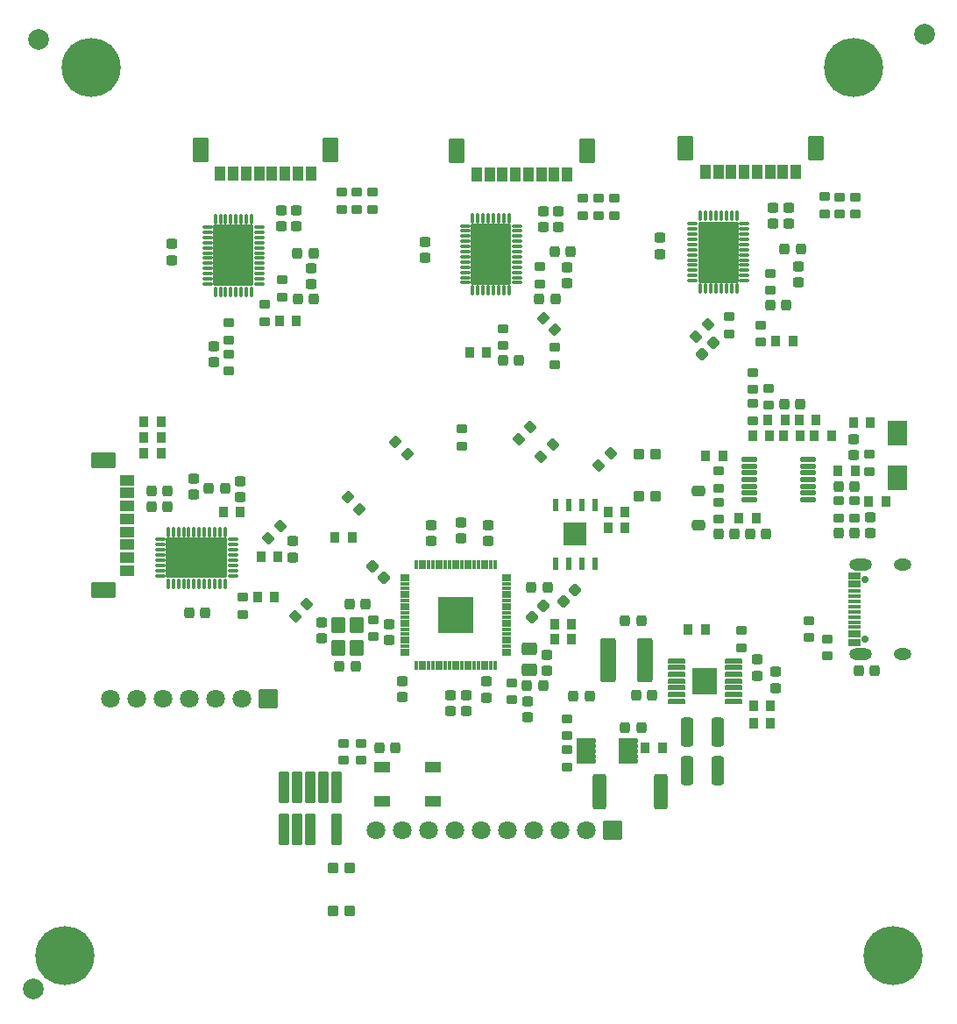
<source format=gts>
%TF.GenerationSoftware,KiCad,Pcbnew,9.0.1*%
%TF.CreationDate,2025-05-28T21:19:47-07:00*%
%TF.ProjectId,motor_board,6d6f746f-725f-4626-9f61-72642e6b6963,1.1*%
%TF.SameCoordinates,Original*%
%TF.FileFunction,Soldermask,Top*%
%TF.FilePolarity,Negative*%
%FSLAX46Y46*%
G04 Gerber Fmt 4.6, Leading zero omitted, Abs format (unit mm)*
G04 Created by KiCad (PCBNEW 9.0.1) date 2025-05-28 21:19:47*
%MOMM*%
%LPD*%
G01*
G04 APERTURE LIST*
G04 Aperture macros list*
%AMRoundRect*
0 Rectangle with rounded corners*
0 $1 Rounding radius*
0 $2 $3 $4 $5 $6 $7 $8 $9 X,Y pos of 4 corners*
0 Add a 4 corners polygon primitive as box body*
4,1,4,$2,$3,$4,$5,$6,$7,$8,$9,$2,$3,0*
0 Add four circle primitives for the rounded corners*
1,1,$1+$1,$2,$3*
1,1,$1+$1,$4,$5*
1,1,$1+$1,$6,$7*
1,1,$1+$1,$8,$9*
0 Add four rect primitives between the rounded corners*
20,1,$1+$1,$2,$3,$4,$5,0*
20,1,$1+$1,$4,$5,$6,$7,0*
20,1,$1+$1,$6,$7,$8,$9,0*
20,1,$1+$1,$8,$9,$2,$3,0*%
G04 Aperture macros list end*
%ADD10RoundRect,0.063500X0.800100X0.152400X-0.800100X0.152400X-0.800100X-0.152400X0.800100X-0.152400X0*%
%ADD11RoundRect,0.063500X1.155000X1.230000X-1.155000X1.230000X-1.155000X-1.230000X1.155000X-1.230000X0*%
%ADD12RoundRect,0.250400X0.250400X0.275400X-0.250400X0.275400X-0.250400X-0.275400X0.250400X-0.275400X0*%
%ADD13RoundRect,0.250400X-0.250400X-0.275400X0.250400X-0.275400X0.250400X0.275400X-0.250400X0.275400X0*%
%ADD14RoundRect,0.225400X0.300400X-0.225400X0.300400X0.225400X-0.300400X0.225400X-0.300400X-0.225400X0*%
%ADD15RoundRect,0.250400X0.275400X-0.250400X0.275400X0.250400X-0.275400X0.250400X-0.275400X-0.250400X0*%
%ADD16C,5.701600*%
%ADD17C,2.000000*%
%ADD18RoundRect,0.225400X0.225400X0.300400X-0.225400X0.300400X-0.225400X-0.300400X0.225400X-0.300400X0*%
%ADD19RoundRect,0.225400X-0.225400X-0.300400X0.225400X-0.300400X0.225400X0.300400X-0.225400X0.300400X0*%
%ADD20RoundRect,0.270735X0.392565X1.455065X-0.392565X1.455065X-0.392565X-1.455065X0.392565X-1.455065X0*%
%ADD21RoundRect,0.355555X0.445245X1.795245X-0.445245X1.795245X-0.445245X-1.795245X0.445245X-1.795245X0*%
%ADD22RoundRect,0.272087X-0.353713X-1.128713X0.353713X-1.128713X0.353713X1.128713X-0.353713X1.128713X0*%
%ADD23RoundRect,0.050800X0.889000X0.165100X-0.889000X0.165100X-0.889000X-0.165100X0.889000X-0.165100X0*%
%ADD24C,0.701600*%
%ADD25RoundRect,0.050800X0.575000X-0.300000X0.575000X0.300000X-0.575000X0.300000X-0.575000X-0.300000X0*%
%ADD26RoundRect,0.050800X0.575000X-0.150000X0.575000X0.150000X-0.575000X0.150000X-0.575000X-0.150000X0*%
%ADD27O,2.201600X1.101600*%
%ADD28O,1.701600X1.101600*%
%ADD29RoundRect,0.250400X0.371797X0.017678X0.017678X0.371797X-0.371797X-0.017678X-0.017678X-0.371797X0*%
%ADD30RoundRect,0.225400X-0.300400X0.225400X-0.300400X-0.225400X0.300400X-0.225400X0.300400X0.225400X0*%
%ADD31RoundRect,0.250400X-0.275400X0.250400X-0.275400X-0.250400X0.275400X-0.250400X0.275400X0.250400X0*%
%ADD32RoundRect,0.050800X-0.121236X-0.453033X0.121236X-0.453033X0.121236X0.453033X-0.121236X0.453033X0*%
%ADD33RoundRect,0.050800X-0.453033X0.121236X-0.453033X-0.121236X0.453033X-0.121236X0.453033X0.121236X0*%
%ADD34C,0.401600*%
%ADD35RoundRect,0.050800X-2.900000X1.900000X-2.900000X-1.900000X2.900000X-1.900000X2.900000X1.900000X0*%
%ADD36RoundRect,0.050800X-0.850000X0.850000X-0.850000X-0.850000X0.850000X-0.850000X0.850000X0.850000X0*%
%ADD37C,1.801600*%
%ADD38RoundRect,0.050800X0.121236X0.453033X-0.121236X0.453033X-0.121236X-0.453033X0.121236X-0.453033X0*%
%ADD39RoundRect,0.050800X1.900000X2.900000X-1.900000X2.900000X-1.900000X-2.900000X1.900000X-2.900000X0*%
%ADD40RoundRect,0.225400X0.053033X-0.371797X0.371797X-0.053033X-0.053033X0.371797X-0.371797X0.053033X0*%
%ADD41RoundRect,0.225400X-0.371797X-0.053033X-0.053033X-0.371797X0.371797X0.053033X0.053033X0.371797X0*%
%ADD42RoundRect,0.225400X-0.053033X0.371797X-0.371797X0.053033X0.053033X-0.371797X0.371797X-0.053033X0*%
%ADD43RoundRect,0.100160X-0.700640X-0.400640X0.700640X-0.400640X0.700640X0.400640X-0.700640X0.400640X0*%
%ADD44RoundRect,0.102000X-0.370000X-1.395000X0.370000X-1.395000X0.370000X1.395000X-0.370000X1.395000X0*%
%ADD45RoundRect,0.272087X-0.478713X0.353713X-0.478713X-0.353713X0.478713X-0.353713X0.478713X0.353713X0*%
%ADD46RoundRect,0.050800X0.450000X-0.450000X0.450000X0.450000X-0.450000X0.450000X-0.450000X-0.450000X0*%
%ADD47RoundRect,0.050800X-0.419100X-0.647700X0.419100X-0.647700X0.419100X0.647700X-0.419100X0.647700X0*%
%ADD48RoundRect,0.050800X-0.698500X-1.130300X0.698500X-1.130300X0.698500X1.130300X-0.698500X1.130300X0*%
%ADD49RoundRect,0.050800X-0.600000X0.700000X-0.600000X-0.700000X0.600000X-0.700000X0.600000X0.700000X0*%
%ADD50RoundRect,0.125400X0.662900X0.125400X-0.662900X0.125400X-0.662900X-0.125400X0.662900X-0.125400X0*%
%ADD51RoundRect,0.063500X-0.225000X0.525000X-0.225000X-0.525000X0.225000X-0.525000X0.225000X0.525000X0*%
%ADD52RoundRect,0.063500X-1.050000X-1.050000X1.050000X-1.050000X1.050000X1.050000X-1.050000X1.050000X0*%
%ADD53RoundRect,0.250400X0.017678X-0.371797X0.371797X-0.017678X-0.017678X0.371797X-0.371797X0.017678X0*%
%ADD54RoundRect,0.050800X-0.450000X0.450000X-0.450000X-0.450000X0.450000X-0.450000X0.450000X0.450000X0*%
%ADD55RoundRect,0.050800X0.850000X1.175000X-0.850000X1.175000X-0.850000X-1.175000X0.850000X-1.175000X0*%
%ADD56RoundRect,0.250400X-0.400400X0.250400X-0.400400X-0.250400X0.400400X-0.250400X0.400400X0.250400X0*%
%ADD57RoundRect,0.080400X-0.080400X-0.360400X0.080400X-0.360400X0.080400X0.360400X-0.080400X0.360400X0*%
%ADD58RoundRect,0.080400X-0.360400X0.080400X-0.360400X-0.080400X0.360400X-0.080400X0.360400X0.080400X0*%
%ADD59RoundRect,0.050800X-0.566666X0.566666X-0.566666X-0.566666X0.566666X-0.566666X0.566666X0.566666X0*%
%ADD60RoundRect,0.050800X0.647700X-0.419100X0.647700X0.419100X-0.647700X0.419100X-0.647700X-0.419100X0*%
%ADD61RoundRect,0.050800X1.130300X-0.698500X1.130300X0.698500X-1.130300X0.698500X-1.130300X-0.698500X0*%
%ADD62RoundRect,0.250400X-0.017678X0.371797X-0.371797X0.017678X0.017678X-0.371797X0.371797X-0.017678X0*%
%ADD63RoundRect,0.050800X0.850000X-0.850000X0.850000X0.850000X-0.850000X0.850000X-0.850000X-0.850000X0*%
G04 APERTURE END LIST*
D10*
%TO.C,U5*%
X168004604Y-118740034D03*
X168004604Y-118090021D03*
X168004604Y-117440012D03*
X168004604Y-116790000D03*
X168004604Y-116139988D03*
X168004604Y-115489979D03*
X168004604Y-114839966D03*
X162467404Y-114839966D03*
X162467404Y-115489979D03*
X162467404Y-116139988D03*
X162467404Y-116790000D03*
X162467404Y-117440012D03*
X162467404Y-118090021D03*
X162467404Y-118740034D03*
D11*
X165236004Y-116790000D03*
%TD*%
D12*
%TO.C,C18*%
X159069100Y-110973900D03*
X157519100Y-110973900D03*
%TD*%
D13*
%TO.C,C17*%
X152519100Y-118223900D03*
X154069100Y-118223900D03*
%TD*%
%TO.C,C21*%
X158603600Y-118152400D03*
X160153600Y-118152400D03*
%TD*%
D14*
%TO.C,R15*%
X168776600Y-113579900D03*
X168776600Y-111929900D03*
%TD*%
D15*
%TO.C,C26*%
X170237100Y-116260400D03*
X170237100Y-114710400D03*
%TD*%
D16*
%TO.C,H1*%
X105946000Y-57564100D03*
%TD*%
%TO.C,H2*%
X103426000Y-143294000D03*
%TD*%
%TO.C,H3*%
X183426100Y-143294100D03*
%TD*%
%TO.C,H4*%
X179606000Y-57564000D03*
%TD*%
D17*
%TO.C,REF1T*%
X100330000Y-146558000D03*
%TD*%
D13*
%TO.C,C29*%
X180100000Y-115800000D03*
X181650000Y-115800000D03*
%TD*%
D18*
%TO.C,R13*%
X171570100Y-119168400D03*
X169920100Y-119168400D03*
%TD*%
D15*
%TO.C,C27*%
X172015100Y-117466900D03*
X172015100Y-115916900D03*
%TD*%
D19*
%TO.C,R29*%
X163619100Y-111773900D03*
X165269100Y-111773900D03*
%TD*%
%TO.C,R14*%
X169920100Y-120882900D03*
X171570100Y-120882900D03*
%TD*%
D20*
%TO.C,R8*%
X160962500Y-127500000D03*
X155037500Y-127500000D03*
%TD*%
D21*
%TO.C,L2*%
X159464100Y-114786900D03*
X155864100Y-114786900D03*
%TD*%
D22*
%TO.C,C19*%
X163507004Y-121743000D03*
X166457004Y-121743000D03*
%TD*%
%TO.C,C20*%
X163507004Y-125454900D03*
X166457004Y-125454900D03*
%TD*%
D18*
%TO.C,R26*%
X161119100Y-123223900D03*
X159469100Y-123223900D03*
%TD*%
D23*
%TO.C,U4*%
X157838800Y-124549901D03*
X157838800Y-124049899D03*
X157838800Y-123549900D03*
X157838800Y-123049901D03*
X157838800Y-122549899D03*
X153749400Y-122549899D03*
X153749400Y-123049901D03*
X153749400Y-123549900D03*
X153749400Y-124049899D03*
X153749400Y-124549901D03*
%TD*%
D13*
%TO.C,C32*%
X157519100Y-121323900D03*
X159069100Y-121323900D03*
%TD*%
D24*
%TO.C,J13*%
X180735000Y-112735000D03*
X180735000Y-106965000D03*
D25*
X179660000Y-113050000D03*
X179660000Y-112250000D03*
D26*
X179660000Y-111100000D03*
X179660000Y-110100000D03*
X179660000Y-109600000D03*
X179660000Y-108600000D03*
D25*
X179660000Y-107450000D03*
X179660000Y-106650000D03*
D26*
X179660000Y-108100000D03*
X179660000Y-109100000D03*
X179660000Y-110600000D03*
X179660000Y-111600000D03*
D27*
X180235000Y-114170000D03*
D28*
X184375000Y-114170000D03*
D27*
X180235000Y-105530000D03*
D28*
X184375000Y-105530000D03*
%TD*%
D29*
%TO.C,C46*%
X134217108Y-106846908D03*
X133121092Y-105750892D03*
%TD*%
D30*
%TO.C,R57*%
X170647132Y-82426933D03*
X170647132Y-84076933D03*
%TD*%
D13*
%TO.C,C56*%
X125897132Y-79926933D03*
X127447132Y-79926933D03*
%TD*%
D31*
%TO.C,C28*%
X140650000Y-118175000D03*
X140650000Y-119725000D03*
%TD*%
D15*
%TO.C,C62*%
X115823592Y-98815914D03*
X115823592Y-97265914D03*
%TD*%
D13*
%TO.C,C55*%
X125847132Y-75451933D03*
X127397132Y-75451933D03*
%TD*%
D19*
%TO.C,R42*%
X150719100Y-112773900D03*
X152369100Y-112773900D03*
%TD*%
D18*
%TO.C,R50*%
X181219100Y-91873900D03*
X179569100Y-91873900D03*
%TD*%
D30*
%TO.C,R31*%
X124397132Y-78051933D03*
X124397132Y-79701933D03*
%TD*%
D17*
%TO.C,REF3T*%
X186436000Y-54356000D03*
%TD*%
D31*
%TO.C,C8*%
X160847132Y-74001933D03*
X160847132Y-75551933D03*
%TD*%
D15*
%TO.C,C15*%
X141694100Y-102998900D03*
X141694100Y-101448900D03*
%TD*%
D32*
%TO.C,U9*%
X118866637Y-102380330D03*
X118366638Y-102380330D03*
X117866636Y-102380330D03*
X117366637Y-102380330D03*
X116866638Y-102380330D03*
X116366637Y-102380330D03*
X115866637Y-102380330D03*
X115366636Y-102380330D03*
X114866637Y-102380330D03*
X114366638Y-102380330D03*
X113866636Y-102380330D03*
X113366637Y-102380330D03*
D33*
X112613604Y-103133364D03*
X112613604Y-103633363D03*
X112613604Y-104133362D03*
X112613604Y-104633363D03*
X112613604Y-105133363D03*
X112613604Y-105633364D03*
X112613604Y-106133363D03*
X112613604Y-106633362D03*
D32*
X113366637Y-107386396D03*
X113866636Y-107386396D03*
X114366638Y-107386396D03*
X114866637Y-107386396D03*
X115366636Y-107386396D03*
X115866637Y-107386396D03*
X116366637Y-107386396D03*
X116866638Y-107386396D03*
X117366637Y-107386396D03*
X117866636Y-107386396D03*
X118366638Y-107386396D03*
X118866637Y-107386396D03*
D33*
X119619670Y-106633362D03*
X119619670Y-106133363D03*
X119619670Y-105633364D03*
X119619670Y-105133363D03*
X119619670Y-104633363D03*
X119619670Y-104133362D03*
X119619670Y-103633363D03*
X119619670Y-103133364D03*
D34*
X117366637Y-103383363D03*
X116116637Y-103383363D03*
X114866637Y-103383363D03*
X118616637Y-104383363D03*
X117366637Y-104383363D03*
X116116637Y-104383363D03*
X114866637Y-104383363D03*
X113616637Y-104383363D03*
D35*
X116116637Y-104883363D03*
D34*
X118616637Y-105383363D03*
X117366637Y-105383363D03*
X116116637Y-105383363D03*
X114866637Y-105383363D03*
X113616637Y-105383363D03*
X117366637Y-106383363D03*
X116116637Y-106383363D03*
X114866637Y-106383363D03*
%TD*%
D14*
%TO.C,R64*%
X166594100Y-98148900D03*
X166594100Y-96498900D03*
%TD*%
D13*
%TO.C,C57*%
X111773592Y-98465914D03*
X113323592Y-98465914D03*
%TD*%
D30*
%TO.C,R25*%
X119222132Y-85201933D03*
X119222132Y-86851933D03*
%TD*%
D19*
%TO.C,R41*%
X150719100Y-111273900D03*
X152369100Y-111273900D03*
%TD*%
D15*
%TO.C,C59*%
X125438605Y-104836395D03*
X125438605Y-103286395D03*
%TD*%
D18*
%TO.C,R63*%
X170169100Y-101073900D03*
X168519100Y-101073900D03*
%TD*%
%TO.C,R35*%
X112688605Y-93261395D03*
X111038605Y-93261395D03*
%TD*%
D14*
%TO.C,R40*%
X177032000Y-114387000D03*
X177032000Y-112737000D03*
%TD*%
D31*
%TO.C,C37*%
X125757132Y-71301933D03*
X125757132Y-72851933D03*
%TD*%
D36*
%TO.C,J7*%
X122996637Y-118483363D03*
D37*
X120456637Y-118483363D03*
X117916637Y-118483363D03*
X115376637Y-118483363D03*
X112836637Y-118483363D03*
X110296637Y-118483363D03*
X107756637Y-118483363D03*
%TD*%
D14*
%TO.C,R10*%
X176797132Y-71676933D03*
X176797132Y-70026933D03*
%TD*%
D19*
%TO.C,R76*%
X169819100Y-93073900D03*
X171469100Y-93073900D03*
%TD*%
%TO.C,R78*%
X172819100Y-93073900D03*
X174469100Y-93073900D03*
%TD*%
D31*
%TO.C,C43*%
X113747132Y-74601933D03*
X113747132Y-76151933D03*
%TD*%
D12*
%TO.C,C45*%
X132444100Y-109323900D03*
X130894100Y-109323900D03*
%TD*%
D33*
%TO.C,U6*%
X147050165Y-78326933D03*
X147050165Y-77826934D03*
X147050165Y-77326932D03*
X147050165Y-76826933D03*
X147050165Y-76326934D03*
X147050165Y-75826933D03*
X147050165Y-75326933D03*
X147050165Y-74826932D03*
X147050165Y-74326933D03*
X147050165Y-73826934D03*
X147050165Y-73326932D03*
X147050165Y-72826933D03*
D38*
X146297131Y-72073900D03*
X145797132Y-72073900D03*
X145297133Y-72073900D03*
X144797132Y-72073900D03*
X144297132Y-72073900D03*
X143797131Y-72073900D03*
X143297132Y-72073900D03*
X142797133Y-72073900D03*
D33*
X142044099Y-72826933D03*
X142044099Y-73326932D03*
X142044099Y-73826934D03*
X142044099Y-74326933D03*
X142044099Y-74826932D03*
X142044099Y-75326933D03*
X142044099Y-75826933D03*
X142044099Y-76326934D03*
X142044099Y-76826933D03*
X142044099Y-77326932D03*
X142044099Y-77826934D03*
X142044099Y-78326933D03*
D38*
X142797133Y-79079966D03*
X143297132Y-79079966D03*
X143797131Y-79079966D03*
X144297132Y-79079966D03*
X144797132Y-79079966D03*
X145297133Y-79079966D03*
X145797132Y-79079966D03*
X146297131Y-79079966D03*
D34*
X146047132Y-76826933D03*
X146047132Y-75576933D03*
X146047132Y-74326933D03*
X145047132Y-78076933D03*
X145047132Y-76826933D03*
X145047132Y-75576933D03*
X145047132Y-74326933D03*
X145047132Y-73076933D03*
D39*
X144547132Y-75576933D03*
D34*
X144047132Y-78076933D03*
X144047132Y-76826933D03*
X144047132Y-75576933D03*
X144047132Y-74326933D03*
X144047132Y-73076933D03*
X143047132Y-76826933D03*
X143047132Y-75576933D03*
X143047132Y-74326933D03*
%TD*%
D31*
%TO.C,C3*%
X173322132Y-71051933D03*
X173322132Y-72601933D03*
%TD*%
%TO.C,C1*%
X128200000Y-111125000D03*
X128200000Y-112675000D03*
%TD*%
D19*
%TO.C,R80*%
X175819100Y-93073900D03*
X177469100Y-93073900D03*
%TD*%
D12*
%TO.C,C54*%
X174419100Y-90073900D03*
X172869100Y-90073900D03*
%TD*%
D18*
%TO.C,R4*%
X157519100Y-100473900D03*
X155869100Y-100473900D03*
%TD*%
D19*
%TO.C,R58*%
X172094100Y-83998900D03*
X173744100Y-83998900D03*
%TD*%
D15*
%TO.C,C49*%
X144294100Y-103248900D03*
X144294100Y-101698900D03*
%TD*%
D13*
%TO.C,C58*%
X111773592Y-99965914D03*
X113323592Y-99965914D03*
%TD*%
D15*
%TO.C,C50*%
X138794100Y-103248900D03*
X138794100Y-101698900D03*
%TD*%
D30*
%TO.C,R75*%
X169844100Y-89998900D03*
X169844100Y-91648900D03*
%TD*%
%TO.C,R56*%
X178112850Y-99398900D03*
X178112850Y-101048900D03*
%TD*%
D19*
%TO.C,R32*%
X122338605Y-104786395D03*
X123988605Y-104786395D03*
%TD*%
D40*
%TO.C,R55*%
X154960737Y-95957263D03*
X156127463Y-94790537D03*
%TD*%
D31*
%TO.C,C40*%
X135994100Y-116798900D03*
X135994100Y-118348900D03*
%TD*%
D19*
%TO.C,R60*%
X124122132Y-82026933D03*
X125772132Y-82026933D03*
%TD*%
D14*
%TO.C,R61*%
X120548592Y-110340914D03*
X120548592Y-108690914D03*
%TD*%
D12*
%TO.C,C2*%
X131469100Y-115373900D03*
X129919100Y-115373900D03*
%TD*%
D14*
%TO.C,R30*%
X130122132Y-71251933D03*
X130122132Y-69601933D03*
%TD*%
D19*
%TO.C,R37*%
X118698592Y-100490914D03*
X120348592Y-100490914D03*
%TD*%
D12*
%TO.C,C42*%
X171119100Y-102573900D03*
X169569100Y-102573900D03*
%TD*%
D31*
%TO.C,C14*%
X134750000Y-111298900D03*
X134750000Y-112848900D03*
%TD*%
D30*
%TO.C,R24*%
X119222132Y-82201933D03*
X119222132Y-83851933D03*
%TD*%
D41*
%TO.C,R5*%
X149585737Y-81715537D03*
X150752463Y-82882263D03*
%TD*%
D42*
%TO.C,R2*%
X165530495Y-82368570D03*
X164363769Y-83535296D03*
%TD*%
D43*
%TO.C,D1*%
X134044100Y-125123900D03*
X134044100Y-128423900D03*
X138944100Y-128423900D03*
X138944100Y-125123900D03*
%TD*%
D13*
%TO.C,C51*%
X166569100Y-102573900D03*
X168119100Y-102573900D03*
%TD*%
D42*
%TO.C,R52*%
X150552463Y-93990537D03*
X149385737Y-95157263D03*
%TD*%
D31*
%TO.C,C30*%
X179619100Y-93448900D03*
X179619100Y-94998900D03*
%TD*%
D13*
%TO.C,C35*%
X150719100Y-75323900D03*
X152269100Y-75323900D03*
%TD*%
%TO.C,C36*%
X149219100Y-79873900D03*
X150769100Y-79873900D03*
%TD*%
D18*
%TO.C,R36*%
X112698592Y-94765914D03*
X111048592Y-94765914D03*
%TD*%
D13*
%TO.C,C22*%
X172922132Y-75076933D03*
X174472132Y-75076933D03*
%TD*%
D18*
%TO.C,R81*%
X182719100Y-99473900D03*
X181069100Y-99473900D03*
%TD*%
D12*
%TO.C,C52*%
X179669100Y-97973900D03*
X178119100Y-97973900D03*
%TD*%
D30*
%TO.C,R54*%
X181119100Y-94898900D03*
X181119100Y-96548900D03*
%TD*%
D14*
%TO.C,R39*%
X175300000Y-112600000D03*
X175300000Y-110950000D03*
%TD*%
D44*
%TO.C,J2*%
X124547500Y-131141400D03*
X124547500Y-127071400D03*
X125817500Y-131141400D03*
X125817500Y-127071400D03*
X127087500Y-131141400D03*
X127087500Y-127071400D03*
X128357500Y-127071400D03*
X129627500Y-131141400D03*
X129627500Y-127071400D03*
%TD*%
D41*
%TO.C,R49*%
X135310737Y-93715537D03*
X136477463Y-94882263D03*
%TD*%
D45*
%TO.C,L1*%
X148294100Y-113648900D03*
X148294100Y-115698900D03*
%TD*%
D14*
%TO.C,R20*%
X146594100Y-118598900D03*
X146594100Y-116948900D03*
%TD*%
D30*
%TO.C,R22*%
X149244100Y-76798900D03*
X149244100Y-78448900D03*
%TD*%
D46*
%TO.C,SW2*%
X158844100Y-94873900D03*
X158844100Y-98973900D03*
X160444100Y-94873900D03*
X160444100Y-98973900D03*
%TD*%
D47*
%TO.C,J3*%
X151919100Y-67868100D03*
X150669100Y-67868100D03*
X149419100Y-67868100D03*
X148169100Y-67868100D03*
X146919100Y-67868100D03*
X145669100Y-67868100D03*
X144419100Y-67868100D03*
X143169100Y-67868100D03*
D48*
X141269099Y-65573210D03*
X153819101Y-65573210D03*
%TD*%
D13*
%TO.C,C23*%
X171522132Y-80476933D03*
X173072132Y-80476933D03*
%TD*%
D14*
%TO.C,R18*%
X154919100Y-71848900D03*
X154919100Y-70198900D03*
%TD*%
D18*
%TO.C,R16*%
X144119100Y-85073900D03*
X142469100Y-85073900D03*
%TD*%
D14*
%TO.C,R28*%
X131622132Y-71251933D03*
X131622132Y-69601933D03*
%TD*%
%TO.C,R62*%
X179644100Y-101048900D03*
X179644100Y-99398900D03*
%TD*%
D13*
%TO.C,C12*%
X148044100Y-117273900D03*
X149594100Y-117273900D03*
%TD*%
D18*
%TO.C,R53*%
X179719100Y-96473900D03*
X178069100Y-96473900D03*
%TD*%
D12*
%TO.C,C41*%
X179669100Y-102473900D03*
X178119100Y-102473900D03*
%TD*%
D17*
%TO.C,REF2T*%
X100838000Y-54864000D03*
%TD*%
D18*
%TO.C,R34*%
X112688605Y-91761395D03*
X111038605Y-91761395D03*
%TD*%
D19*
%TO.C,R79*%
X174319100Y-91573900D03*
X175969100Y-91573900D03*
%TD*%
D31*
%TO.C,C10*%
X148069100Y-118723900D03*
X148069100Y-120273900D03*
%TD*%
D14*
%TO.C,R27*%
X133097132Y-71251933D03*
X133097132Y-69601933D03*
%TD*%
%TO.C,R3*%
X132044100Y-124436400D03*
X132044100Y-122786400D03*
%TD*%
D31*
%TO.C,C38*%
X124297132Y-71301933D03*
X124297132Y-72851933D03*
%TD*%
D30*
%TO.C,R11*%
X171547132Y-77401933D03*
X171547132Y-79051933D03*
%TD*%
D42*
%TO.C,R51*%
X148377463Y-92240537D03*
X147210737Y-93407263D03*
%TD*%
D19*
%TO.C,R46*%
X129494100Y-102950000D03*
X131144100Y-102950000D03*
%TD*%
D31*
%TO.C,C4*%
X171822132Y-71051933D03*
X171822132Y-72601933D03*
%TD*%
D30*
%TO.C,R69*%
X169844100Y-86998900D03*
X169844100Y-88648900D03*
%TD*%
D18*
%TO.C,R82*%
X166969100Y-95023900D03*
X165319100Y-95023900D03*
%TD*%
D12*
%TO.C,C48*%
X150019100Y-107723900D03*
X148469100Y-107723900D03*
%TD*%
D49*
%TO.C,Y1*%
X129844100Y-111373900D03*
X129844100Y-113573900D03*
X131544100Y-113573900D03*
X131544100Y-111373900D03*
%TD*%
D31*
%TO.C,C44*%
X127197132Y-76926933D03*
X127197132Y-78476933D03*
%TD*%
D50*
%TO.C,U7*%
X175206600Y-99273900D03*
X175206600Y-98623900D03*
X175206600Y-97973900D03*
X175206600Y-97323900D03*
X175206600Y-96673900D03*
X175206600Y-96023900D03*
X175206600Y-95373900D03*
X169481600Y-95373900D03*
X169481600Y-96023900D03*
X169481600Y-96673900D03*
X169481600Y-97323900D03*
X169481600Y-97973900D03*
X169481600Y-98623900D03*
X169481600Y-99273900D03*
%TD*%
D31*
%TO.C,C13*%
X142150000Y-118175000D03*
X142150000Y-119725000D03*
%TD*%
D51*
%TO.C,U3*%
X154599100Y-99773900D03*
X153329100Y-99773900D03*
X152059100Y-99773900D03*
X150789100Y-99773900D03*
X150789100Y-105473900D03*
X152059100Y-105473900D03*
X153329100Y-105473900D03*
X154599100Y-105473900D03*
D52*
X152694100Y-102623900D03*
%TD*%
D13*
%TO.C,C5*%
X133794100Y-123273900D03*
X135344100Y-123273900D03*
%TD*%
D14*
%TO.C,R38*%
X133194100Y-112498900D03*
X133194100Y-110848900D03*
%TD*%
D31*
%TO.C,C39*%
X117747132Y-84476933D03*
X117747132Y-86026933D03*
%TD*%
D47*
%TO.C,J1*%
X174022132Y-67651933D03*
X172772132Y-67651933D03*
X171522132Y-67651933D03*
X170272132Y-67651933D03*
X169022132Y-67651933D03*
X167772132Y-67651933D03*
X166522132Y-67651933D03*
X165272132Y-67651933D03*
D48*
X163372131Y-65357043D03*
X175922133Y-65357043D03*
%TD*%
D33*
%TO.C,U1*%
X169050165Y-78126933D03*
X169050165Y-77626934D03*
X169050165Y-77126932D03*
X169050165Y-76626933D03*
X169050165Y-76126934D03*
X169050165Y-75626933D03*
X169050165Y-75126933D03*
X169050165Y-74626932D03*
X169050165Y-74126933D03*
X169050165Y-73626934D03*
X169050165Y-73126932D03*
X169050165Y-72626933D03*
D38*
X168297131Y-71873900D03*
X167797132Y-71873900D03*
X167297133Y-71873900D03*
X166797132Y-71873900D03*
X166297132Y-71873900D03*
X165797131Y-71873900D03*
X165297132Y-71873900D03*
X164797133Y-71873900D03*
D33*
X164044099Y-72626933D03*
X164044099Y-73126932D03*
X164044099Y-73626934D03*
X164044099Y-74126933D03*
X164044099Y-74626932D03*
X164044099Y-75126933D03*
X164044099Y-75626933D03*
X164044099Y-76126934D03*
X164044099Y-76626933D03*
X164044099Y-77126932D03*
X164044099Y-77626934D03*
X164044099Y-78126933D03*
D38*
X164797133Y-78879966D03*
X165297132Y-78879966D03*
X165797131Y-78879966D03*
X166297132Y-78879966D03*
X166797132Y-78879966D03*
X167297133Y-78879966D03*
X167797132Y-78879966D03*
X168297131Y-78879966D03*
D34*
X168047132Y-76626933D03*
X168047132Y-75376933D03*
X168047132Y-74126933D03*
X167047132Y-77876933D03*
X167047132Y-76626933D03*
X167047132Y-75376933D03*
X167047132Y-74126933D03*
X167047132Y-72876933D03*
D39*
X166547132Y-75376933D03*
D34*
X166047132Y-77876933D03*
X166047132Y-76626933D03*
X166047132Y-75376933D03*
X166047132Y-74126933D03*
X166047132Y-72876933D03*
X165047132Y-76626933D03*
X165047132Y-75376933D03*
X165047132Y-74126933D03*
%TD*%
D53*
%TO.C,C47*%
X148546092Y-110596908D03*
X149642108Y-109500892D03*
%TD*%
D54*
%TO.C,SW1*%
X130940425Y-138957500D03*
X130940425Y-134857500D03*
X129340425Y-138957500D03*
X129340425Y-134857500D03*
%TD*%
D41*
%TO.C,R47*%
X130710737Y-99015537D03*
X131877463Y-100182263D03*
%TD*%
D14*
%TO.C,R7*%
X179747132Y-71701933D03*
X179747132Y-70051933D03*
%TD*%
D13*
%TO.C,C60*%
X115388605Y-110186395D03*
X116938605Y-110186395D03*
%TD*%
D55*
%TO.C,D7*%
X183844100Y-97173900D03*
X183844100Y-92873900D03*
%TD*%
D13*
%TO.C,C31*%
X145719100Y-85823900D03*
X147269100Y-85823900D03*
%TD*%
D31*
%TO.C,C11*%
X149994100Y-114248900D03*
X149994100Y-115798900D03*
%TD*%
D19*
%TO.C,R77*%
X171319100Y-91573900D03*
X172969100Y-91573900D03*
%TD*%
D31*
%TO.C,C34*%
X151894100Y-76848900D03*
X151894100Y-78398900D03*
%TD*%
%TO.C,C53*%
X181169100Y-100948900D03*
X181169100Y-102498900D03*
%TD*%
%TO.C,C33*%
X138194100Y-74398900D03*
X138194100Y-75948900D03*
%TD*%
D30*
%TO.C,R59*%
X122697132Y-80426933D03*
X122697132Y-82076933D03*
%TD*%
D33*
%TO.C,U8*%
X122175165Y-78451933D03*
X122175165Y-77951934D03*
X122175165Y-77451932D03*
X122175165Y-76951933D03*
X122175165Y-76451934D03*
X122175165Y-75951933D03*
X122175165Y-75451933D03*
X122175165Y-74951932D03*
X122175165Y-74451933D03*
X122175165Y-73951934D03*
X122175165Y-73451932D03*
X122175165Y-72951933D03*
D38*
X121422131Y-72198900D03*
X120922132Y-72198900D03*
X120422133Y-72198900D03*
X119922132Y-72198900D03*
X119422132Y-72198900D03*
X118922131Y-72198900D03*
X118422132Y-72198900D03*
X117922133Y-72198900D03*
D33*
X117169099Y-72951933D03*
X117169099Y-73451932D03*
X117169099Y-73951934D03*
X117169099Y-74451933D03*
X117169099Y-74951932D03*
X117169099Y-75451933D03*
X117169099Y-75951933D03*
X117169099Y-76451934D03*
X117169099Y-76951933D03*
X117169099Y-77451932D03*
X117169099Y-77951934D03*
X117169099Y-78451933D03*
D38*
X117922133Y-79204966D03*
X118422132Y-79204966D03*
X118922131Y-79204966D03*
X119422132Y-79204966D03*
X119922132Y-79204966D03*
X120422133Y-79204966D03*
X120922132Y-79204966D03*
X121422131Y-79204966D03*
D34*
X121172132Y-76951933D03*
X121172132Y-75701933D03*
X121172132Y-74451933D03*
X120172132Y-78201933D03*
X120172132Y-76951933D03*
X120172132Y-75701933D03*
X120172132Y-74451933D03*
X120172132Y-73201933D03*
D39*
X119672132Y-75701933D03*
D34*
X119172132Y-78201933D03*
X119172132Y-76951933D03*
X119172132Y-75701933D03*
X119172132Y-74451933D03*
X119172132Y-73201933D03*
X118172132Y-76951933D03*
X118172132Y-75701933D03*
X118172132Y-74451933D03*
%TD*%
D30*
%TO.C,R6*%
X150694100Y-84573900D03*
X150694100Y-86223900D03*
%TD*%
D31*
%TO.C,C9*%
X174297132Y-76751933D03*
X174297132Y-78301933D03*
%TD*%
D30*
%TO.C,R1*%
X167597132Y-81601933D03*
X167597132Y-83251933D03*
%TD*%
%TO.C,R68*%
X166594100Y-99498900D03*
X166594100Y-101148900D03*
%TD*%
%TO.C,R70*%
X171344100Y-88498900D03*
X171344100Y-90148900D03*
%TD*%
D14*
%TO.C,R9*%
X178272132Y-71701933D03*
X178272132Y-70051933D03*
%TD*%
%TO.C,R19*%
X153394100Y-71848900D03*
X153394100Y-70198900D03*
%TD*%
D31*
%TO.C,C16*%
X144144100Y-116848900D03*
X144144100Y-118398900D03*
%TD*%
D13*
%TO.C,C61*%
X117298592Y-98190914D03*
X118848592Y-98190914D03*
%TD*%
D30*
%TO.C,R44*%
X151894100Y-123448900D03*
X151894100Y-125098900D03*
%TD*%
D19*
%TO.C,R21*%
X155869100Y-101973900D03*
X157519100Y-101973900D03*
%TD*%
D40*
%TO.C,R45*%
X125633274Y-110566726D03*
X126800000Y-109400000D03*
%TD*%
D56*
%TO.C,D6*%
X164644100Y-98473900D03*
X164644100Y-101773900D03*
%TD*%
D31*
%TO.C,C25*%
X149584100Y-71398900D03*
X149584100Y-72948900D03*
%TD*%
D15*
%TO.C,C63*%
X120298592Y-99040914D03*
X120298592Y-97490914D03*
%TD*%
D57*
%TO.C,U2*%
X144944100Y-105527400D03*
X144544100Y-105527400D03*
X144144100Y-105527400D03*
X143744100Y-105527400D03*
X143344100Y-105527400D03*
X142944100Y-105527400D03*
X142544100Y-105527400D03*
X142144100Y-105527400D03*
X141744100Y-105527400D03*
X141344100Y-105527400D03*
X140944100Y-105527400D03*
X140544100Y-105527400D03*
X140144100Y-105527400D03*
X139744100Y-105527400D03*
X139344100Y-105527400D03*
X138944100Y-105527400D03*
X138544100Y-105527400D03*
X138144100Y-105527400D03*
X137744100Y-105527400D03*
X137344100Y-105527400D03*
D58*
X136247600Y-106623900D03*
X136247600Y-107023900D03*
X136247600Y-107423900D03*
X136247600Y-107823900D03*
X136247600Y-108223900D03*
X136247600Y-108623900D03*
X136247600Y-109023900D03*
X136247600Y-109423900D03*
X136247600Y-109823900D03*
X136247600Y-110223900D03*
X136247600Y-110623900D03*
X136247600Y-111023900D03*
X136247600Y-111423900D03*
X136247600Y-111823900D03*
X136247600Y-112223900D03*
X136247600Y-112623900D03*
X136247600Y-113023900D03*
X136247600Y-113423900D03*
X136247600Y-113823900D03*
X136247600Y-114223900D03*
D57*
X137344100Y-115320400D03*
X137744100Y-115320400D03*
X138144100Y-115320400D03*
X138544100Y-115320400D03*
X138944100Y-115320400D03*
X139344100Y-115320400D03*
X139744100Y-115320400D03*
X140144100Y-115320400D03*
X140544100Y-115320400D03*
X140944100Y-115320400D03*
X141344100Y-115320400D03*
X141744100Y-115320400D03*
X142144100Y-115320400D03*
X142544100Y-115320400D03*
X142944100Y-115320400D03*
X143344100Y-115320400D03*
X143744100Y-115320400D03*
X144144100Y-115320400D03*
X144544100Y-115320400D03*
X144944100Y-115320400D03*
D58*
X146040600Y-114223900D03*
X146040600Y-113823900D03*
X146040600Y-113423900D03*
X146040600Y-113023900D03*
X146040600Y-112623900D03*
X146040600Y-112223900D03*
X146040600Y-111823900D03*
X146040600Y-111423900D03*
X146040600Y-111023900D03*
X146040600Y-110623900D03*
X146040600Y-110223900D03*
X146040600Y-109823900D03*
X146040600Y-109423900D03*
X146040600Y-109023900D03*
X146040600Y-108623900D03*
X146040600Y-108223900D03*
X146040600Y-107823900D03*
X146040600Y-107423900D03*
X146040600Y-107023900D03*
X146040600Y-106623900D03*
D24*
X142277433Y-109290567D03*
D59*
X142277433Y-109290567D03*
D24*
X141144100Y-109290567D03*
D59*
X141144100Y-109290567D03*
D24*
X140010767Y-109290567D03*
D59*
X140010767Y-109290567D03*
D24*
X142277433Y-110423900D03*
D59*
X142277433Y-110423900D03*
D24*
X141144100Y-110423900D03*
D59*
X141144100Y-110423900D03*
D24*
X140010767Y-110423900D03*
D59*
X140010767Y-110423900D03*
D24*
X142277433Y-111557233D03*
D59*
X142277433Y-111557233D03*
D24*
X141144100Y-111557233D03*
D59*
X141144100Y-111557233D03*
D24*
X140010767Y-111557233D03*
D59*
X140010767Y-111557233D03*
%TD*%
D30*
%TO.C,R12*%
X145744100Y-82748900D03*
X145744100Y-84398900D03*
%TD*%
D19*
%TO.C,R65*%
X121998592Y-108690914D03*
X123648592Y-108690914D03*
%TD*%
D60*
%TO.C,J6*%
X109373592Y-97390914D03*
X109373592Y-98640914D03*
X109373592Y-99890914D03*
X109373592Y-101140914D03*
X109373592Y-102390914D03*
X109373592Y-103640914D03*
X109373592Y-104890914D03*
X109373592Y-106140914D03*
D61*
X107078702Y-108040915D03*
X107078702Y-95490913D03*
%TD*%
D40*
%TO.C,R33*%
X123055242Y-102969758D03*
X124221968Y-101803032D03*
%TD*%
D62*
%TO.C,C7*%
X152692108Y-107975892D03*
X151596092Y-109071908D03*
%TD*%
D47*
%TO.C,J4*%
X127147132Y-67796133D03*
X125897132Y-67796133D03*
X124647132Y-67796133D03*
X123397132Y-67796133D03*
X122147132Y-67796133D03*
X120897132Y-67796133D03*
X119647132Y-67796133D03*
X118397132Y-67796133D03*
D48*
X116497131Y-65501243D03*
X129047133Y-65501243D03*
%TD*%
D31*
%TO.C,C24*%
X151094100Y-71398900D03*
X151094100Y-72948900D03*
%TD*%
D30*
%TO.C,R48*%
X141744100Y-92448900D03*
X141744100Y-94098900D03*
%TD*%
D14*
%TO.C,R23*%
X130294100Y-124436400D03*
X130294100Y-122786400D03*
%TD*%
%TO.C,R43*%
X151894100Y-122098900D03*
X151894100Y-120448900D03*
%TD*%
%TO.C,R17*%
X156444100Y-71848900D03*
X156444100Y-70198900D03*
%TD*%
D62*
%TO.C,C6*%
X166020140Y-84103925D03*
X164924124Y-85199941D03*
%TD*%
D63*
%TO.C,J5*%
X156282000Y-131200000D03*
D37*
X153742000Y-131200000D03*
X151202000Y-131200000D03*
X148662000Y-131200000D03*
X146122000Y-131200000D03*
X143582000Y-131200000D03*
X141042000Y-131200000D03*
X138502000Y-131200000D03*
X135962000Y-131200000D03*
X133422000Y-131200000D03*
%TD*%
M02*

</source>
